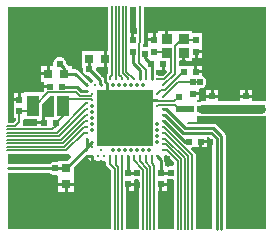
<source format=gtl>
G04*
G04 #@! TF.GenerationSoftware,Altium Limited,Altium Designer,21.0.9 (235)*
G04*
G04 Layer_Physical_Order=1*
G04 Layer_Color=255*
%FSLAX24Y24*%
%MOIN*%
G70*
G04*
G04 #@! TF.SameCoordinates,43F7D72F-E11B-4E19-891E-5AB29DA6FA40*
G04*
G04*
G04 #@! TF.FilePolarity,Positive*
G04*
G01*
G75*
%ADD10C,0.0098*%
%ADD13R,0.0236X0.0197*%
%ADD14R,0.0197X0.0236*%
%ADD15R,0.0256X0.0197*%
%ADD16R,0.0300X0.0300*%
%ADD17R,0.0315X0.0295*%
%ADD18R,0.0374X0.0335*%
%ADD19R,0.0295X0.0315*%
%ADD21R,0.1909X0.1909*%
%ADD22R,0.0394X0.0709*%
%ADD32C,0.0108*%
%ADD33C,0.0059*%
%ADD34C,0.0057*%
%ADD35C,0.0200*%
%ADD36C,0.0300*%
%ADD37C,0.0240*%
%ADD38C,0.0138*%
G36*
X-1784Y-1292D02*
X-1927Y-1435D01*
X-2220D01*
Y-1439D01*
X-2230Y-1451D01*
X-2270Y-1473D01*
X-2280Y-1470D01*
X-2308Y-1464D01*
X-2337Y-1463D01*
X-2366Y-1464D01*
X-2394Y-1470D01*
X-2421Y-1479D01*
X-2447Y-1492D01*
X-2471Y-1508D01*
X-2493Y-1527D01*
X-2498Y-1533D01*
X-3899D01*
X-3905Y-1528D01*
Y-1213D01*
X-1972D01*
X-1951Y-1211D01*
X-1931Y-1206D01*
X-1913Y-1198D01*
X-1895Y-1188D01*
X-1891Y-1185D01*
X-1784Y-1292D01*
D02*
G37*
G36*
X-1233Y-1230D02*
X-1083D01*
Y-1280D01*
X-1040D01*
X-1039Y-1304D01*
X-1033Y-1327D01*
X-1033Y-1328D01*
Y-1426D01*
X-1012Y-1417D01*
X-992Y-1405D01*
X-984Y-1398D01*
X-977Y-1405D01*
X-956Y-1417D01*
X-934Y-1427D01*
X-910Y-1432D01*
X-886Y-1434D01*
X-862Y-1432D01*
X-838Y-1427D01*
X-816Y-1417D01*
X-795Y-1405D01*
X-787Y-1398D01*
X-780Y-1405D01*
X-759Y-1417D01*
X-737Y-1427D01*
X-713Y-1432D01*
X-689Y-1434D01*
X-672Y-1433D01*
X-659Y-1437D01*
X-622Y-1470D01*
Y-1535D01*
X-620Y-1556D01*
X-616Y-1576D01*
X-608Y-1594D01*
X-597Y-1612D01*
X-584Y-1627D01*
X-461Y-1751D01*
Y-3701D01*
X-467Y-3708D01*
X-3905D01*
Y-1838D01*
X-3899Y-1833D01*
X-2498D01*
X-2493Y-1839D01*
X-2471Y-1858D01*
X-2447Y-1874D01*
X-2421Y-1887D01*
X-2394Y-1896D01*
X-2366Y-1902D01*
X-2337Y-1904D01*
X-2308Y-1902D01*
X-2280Y-1896D01*
X-2270Y-1893D01*
X-2257Y-1900D01*
X-2220Y-1931D01*
Y-1967D01*
X-2220D01*
Y-2165D01*
X-1705D01*
Y-1967D01*
X-1705D01*
Y-1931D01*
X-1705D01*
Y-1637D01*
X-1273Y-1205D01*
X-1233Y-1230D01*
D02*
G37*
G36*
X375Y-2039D02*
X404Y-2041D01*
X430Y-2040D01*
X433Y-2040D01*
X480Y-2076D01*
Y-3701D01*
X473Y-3708D01*
X38D01*
X32Y-3701D01*
Y-2433D01*
X48D01*
Y-2215D01*
X98D01*
Y-2165D01*
X297D01*
Y-2069D01*
X299Y-2065D01*
X343Y-2034D01*
X346Y-2034D01*
X375Y-2039D01*
D02*
G37*
G36*
X-555Y2216D02*
X-609D01*
Y1959D01*
Y1701D01*
X-555D01*
Y1483D01*
X-584Y1454D01*
X-597Y1439D01*
X-608Y1421D01*
X-616Y1402D01*
X-620Y1383D01*
X-622Y1363D01*
X-630Y1350D01*
X-639Y1327D01*
X-686Y1318D01*
X-692Y1320D01*
X-693Y1323D01*
X-706Y1343D01*
X-721Y1361D01*
X-971Y1611D01*
X-970Y1619D01*
X-972Y1648D01*
X-973Y1651D01*
X-943Y1701D01*
X-907D01*
Y1701D01*
X-709D01*
Y1959D01*
Y2216D01*
X-907D01*
Y2216D01*
X-943D01*
Y2216D01*
X-1439D01*
Y1701D01*
X-1439D01*
X-1409Y1651D01*
X-1410Y1648D01*
X-1411Y1619D01*
X-1410Y1590D01*
X-1404Y1562D01*
X-1395Y1535D01*
X-1382Y1509D01*
X-1366Y1485D01*
X-1347Y1463D01*
X-1325Y1444D01*
X-1301Y1428D01*
X-1275Y1415D01*
X-1248Y1406D01*
X-1220Y1400D01*
X-1191Y1398D01*
X-1183Y1399D01*
X-1057Y1273D01*
X-1056Y1251D01*
X-1067Y1213D01*
X-1075Y1208D01*
X-1094Y1192D01*
X-1101Y1183D01*
X-1132Y1177D01*
X-1162Y1183D01*
X-1170Y1192D01*
X-1189Y1208D01*
X-1200Y1215D01*
X-1558Y1572D01*
X-1575Y1588D01*
X-1595Y1600D01*
X-1617Y1609D01*
X-1640Y1614D01*
X-1663Y1616D01*
X-1770D01*
Y1724D01*
X-1886D01*
X-1897Y1742D01*
X-1912Y1759D01*
X-1955Y1803D01*
X-1955Y1811D01*
X-1957Y1840D01*
X-1962Y1868D01*
X-1972Y1895D01*
X-1984Y1921D01*
X-2000Y1945D01*
X-2019Y1967D01*
X-2041Y1986D01*
X-2065Y2002D01*
X-2091Y2015D01*
X-2118Y2024D01*
X-2146Y2030D01*
X-2175Y2032D01*
X-2204Y2030D01*
X-2232Y2024D01*
X-2260Y2015D01*
X-2285Y2002D01*
X-2309Y1986D01*
X-2331Y1967D01*
X-2350Y1945D01*
X-2366Y1921D01*
X-2379Y1895D01*
X-2388Y1868D01*
X-2394Y1840D01*
X-2396Y1811D01*
X-2394Y1782D01*
X-2392Y1774D01*
X-2418Y1733D01*
X-2431Y1724D01*
X-2499D01*
Y1467D01*
X-2549D01*
Y1417D01*
X-2797D01*
Y1209D01*
X-2708D01*
Y1083D01*
X-2490D01*
Y983D01*
X-2708D01*
Y881D01*
X-2719Y872D01*
X-2765Y858D01*
Y858D01*
X-2765Y858D01*
X-3359D01*
Y828D01*
X-3465D01*
Y610D01*
X-3515D01*
Y560D01*
X-3713D01*
Y392D01*
Y-2D01*
X-3645D01*
Y-73D01*
X-3711Y-140D01*
X-3905D01*
Y3708D01*
X-555D01*
Y2216D01*
D02*
G37*
G36*
X-2375Y31D02*
X-2658D01*
Y-167D01*
X-2708D01*
Y-217D01*
X-2926D01*
Y-256D01*
X-3394D01*
X-3412Y-206D01*
X-3410Y-203D01*
X-3399Y-186D01*
X-3391Y-167D01*
X-3386Y-147D01*
X-3385Y-127D01*
Y-90D01*
X-3359Y-51D01*
X-2926D01*
Y-117D01*
X-2758D01*
Y31D01*
X-2765D01*
Y458D01*
X-2503Y720D01*
X-2375D01*
Y31D01*
D02*
G37*
G36*
X372Y2817D02*
X316D01*
Y2598D01*
X216D01*
Y2817D01*
X169D01*
Y3708D01*
X372D01*
Y2817D01*
D02*
G37*
G36*
X4692Y550D02*
X4557D01*
X4550Y550D01*
X4237D01*
Y667D01*
X4039D01*
X3841D01*
Y550D01*
X3114D01*
Y667D01*
X2718D01*
Y550D01*
X2566D01*
X2538Y549D01*
X2510Y544D01*
X2483Y536D01*
X2457Y526D01*
X2452Y523D01*
X2407Y547D01*
X2417Y585D01*
X2464D01*
Y753D01*
X2266D01*
Y853D01*
X2464D01*
Y932D01*
X2486Y980D01*
X2515Y982D01*
X2543Y988D01*
X2570Y997D01*
X2596Y1010D01*
X2620Y1026D01*
X2642Y1045D01*
X2661Y1067D01*
X2677Y1091D01*
X2690Y1116D01*
X2699Y1144D01*
X2704Y1172D01*
X2706Y1201D01*
X2704Y1230D01*
X2699Y1258D01*
X2690Y1285D01*
X2677Y1311D01*
X2661Y1335D01*
X2642Y1357D01*
X2620Y1376D01*
X2596Y1392D01*
X2580Y1400D01*
Y1495D01*
X2362D01*
Y1545D01*
X2312D01*
Y1744D01*
X1803D01*
Y1906D01*
X1913D01*
Y2173D01*
X2013D01*
Y1906D01*
X2250D01*
Y1985D01*
X2328D01*
Y2203D01*
X2378D01*
Y2253D01*
X2576D01*
Y2379D01*
Y2815D01*
X2250D01*
Y2893D01*
X1442D01*
Y2626D01*
X1342D01*
Y2893D01*
X1105D01*
Y2815D01*
X1028D01*
Y2597D01*
X978D01*
Y2547D01*
X779D01*
Y2388D01*
X764Y2371D01*
X729Y2354D01*
X717Y2359D01*
X688Y2364D01*
X659Y2366D01*
X646Y2365D01*
X607Y2403D01*
X606Y2443D01*
X607Y2443D01*
X618Y2461D01*
X625Y2479D01*
X630Y2499D01*
X632Y2520D01*
Y3708D01*
X4692D01*
Y550D01*
D02*
G37*
G36*
X1320Y1593D02*
X1368D01*
X1389Y1543D01*
X1255Y1409D01*
X1166D01*
X1153Y1417D01*
X1130Y1427D01*
X1107Y1432D01*
X1083Y1434D01*
X1036Y1472D01*
Y1593D01*
X1220D01*
Y1791D01*
X1320D01*
Y1593D01*
D02*
G37*
G36*
X1630Y-1479D02*
Y-1565D01*
X1623Y-1575D01*
X1580Y-1603D01*
X1574Y-1602D01*
X1545Y-1600D01*
X1516Y-1602D01*
X1488Y-1608D01*
X1461Y-1617D01*
X1439Y-1628D01*
X1430Y-1625D01*
X1389Y-1603D01*
Y-1603D01*
X1341Y-1600D01*
Y-1388D01*
X1339Y-1364D01*
X1333Y-1342D01*
X1324Y-1320D01*
X1312Y-1300D01*
X1299Y-1284D01*
X1367Y-1216D01*
X1630Y-1479D01*
D02*
G37*
G36*
X2457Y74D02*
X2483Y64D01*
X2510Y56D01*
X2538Y51D01*
X2566Y50D01*
X4550D01*
X4557Y50D01*
X4692D01*
Y-3708D01*
X3373D01*
X3365Y-3700D01*
Y-616D01*
X3365Y-616D01*
X3363Y-592D01*
X3358Y-569D01*
X3349Y-548D01*
X3337Y-528D01*
X3321Y-510D01*
X3321Y-510D01*
X3042Y-231D01*
X3025Y-216D01*
X3004Y-203D01*
X2983Y-194D01*
X2960Y-189D01*
X2937Y-187D01*
X2086D01*
X2079Y-178D01*
X2106Y-128D01*
X2392D01*
Y56D01*
X2414Y73D01*
X2442Y83D01*
X2457Y74D01*
D02*
G37*
G36*
X2910Y-742D02*
Y-3700D01*
X2903Y-3708D01*
X2361D01*
X2354Y-3701D01*
Y-1233D01*
X2353Y-1213D01*
X2348Y-1193D01*
X2340Y-1174D01*
X2330Y-1157D01*
X2316Y-1141D01*
X2207Y-1032D01*
X2227Y-986D01*
X2470D01*
Y-787D01*
X2520D01*
Y-737D01*
X2738D01*
Y-642D01*
X2810D01*
X2910Y-742D01*
D02*
G37*
G36*
X1461Y-2025D02*
X1488Y-2034D01*
X1516Y-2039D01*
X1545Y-2041D01*
X1574Y-2039D01*
X1580Y-2038D01*
X1623Y-2066D01*
X1630Y-2077D01*
Y-3701D01*
X1623Y-3708D01*
X1096D01*
X1090Y-3701D01*
Y-2433D01*
X1141D01*
Y-2215D01*
X1191D01*
Y-2165D01*
X1389D01*
Y-2041D01*
X1395Y-2035D01*
X1422Y-2019D01*
X1439Y-2014D01*
X1461Y-2025D01*
D02*
G37*
%LPC*%
G36*
X-1133Y-1330D02*
X-1229D01*
X-1220Y-1350D01*
X-1208Y-1370D01*
X-1192Y-1389D01*
X-1174Y-1405D01*
X-1153Y-1417D01*
X-1133Y-1426D01*
Y-1330D01*
D02*
G37*
G36*
X-1705Y-2265D02*
X-1913D01*
Y-2462D01*
X-1705D01*
Y-2265D01*
D02*
G37*
G36*
X-2013D02*
X-2220D01*
Y-2462D01*
X-2013D01*
Y-2265D01*
D02*
G37*
G36*
X297D02*
X148D01*
Y-2433D01*
X297D01*
Y-2265D01*
D02*
G37*
G36*
X-2599Y1724D02*
X-2797D01*
Y1517D01*
X-2599D01*
Y1724D01*
D02*
G37*
G36*
X-3565Y828D02*
X-3713D01*
Y660D01*
X-3565D01*
Y828D01*
D02*
G37*
G36*
X928Y2815D02*
X779D01*
Y2647D01*
X928D01*
Y2815D01*
D02*
G37*
G36*
X2576Y2153D02*
X2428D01*
Y1985D01*
X2576D01*
Y2153D01*
D02*
G37*
G36*
X2580Y1744D02*
X2412D01*
Y1595D01*
X2580D01*
Y1744D01*
D02*
G37*
G36*
X4237Y935D02*
X4089D01*
Y767D01*
X4237D01*
Y935D01*
D02*
G37*
G36*
X3114Y935D02*
X2966D01*
Y767D01*
X3114D01*
Y935D01*
D02*
G37*
G36*
X2866D02*
X2718D01*
Y767D01*
X2866D01*
Y935D01*
D02*
G37*
G36*
X3989Y935D02*
X3841D01*
Y767D01*
X3989D01*
Y935D01*
D02*
G37*
G36*
X2738Y-837D02*
X2570D01*
Y-986D01*
X2738D01*
Y-837D01*
D02*
G37*
G36*
X1389Y-2265D02*
X1241D01*
Y-2433D01*
X1389D01*
Y-2265D01*
D02*
G37*
%LPD*%
D10*
X1310Y-98D02*
X1999Y-787D01*
X2126D01*
X1333Y98D02*
X1923Y-492D01*
X2872D01*
X1988Y-337D02*
X2937D01*
X1356Y295D02*
X1988Y-337D01*
X2872Y-492D02*
X3060Y-680D01*
X2937Y-337D02*
X3216Y-616D01*
X3060Y-3700D02*
Y-680D01*
X3216Y-3700D02*
Y-616D01*
X-1280Y-954D02*
Y-689D01*
Y-1000D02*
Y-954D01*
X-1113Y-787D01*
X-1083D01*
X-1963Y-1683D02*
X-1280Y-1000D01*
X-3899Y-1683D02*
X-2337D01*
X-591Y591D02*
X0Y0D01*
X-591Y591D02*
Y1083D01*
X-2337Y-1683D02*
X-1963D01*
X659Y2008D02*
Y2146D01*
Y2008D02*
X876Y1791D01*
X-2175Y1811D02*
X-2018Y1654D01*
Y1467D02*
Y1654D01*
X-2096Y1033D02*
X-1614D01*
X-1467Y886D01*
X-1280D01*
X-2018Y1467D02*
X-1663D01*
X-1280Y1083D01*
X-1191Y1619D02*
X-827Y1255D01*
X-1191Y1619D02*
Y1959D01*
X-827Y1152D02*
X-787Y1113D01*
Y1083D02*
Y1113D01*
X-827Y1152D02*
Y1255D01*
X-653Y1213D02*
Y1434D01*
Y1213D02*
X-591Y1151D01*
Y1083D02*
Y1151D01*
X266Y1830D02*
X492Y1604D01*
X266Y1830D02*
Y2205D01*
X98Y-1821D02*
X404D01*
X591Y591D02*
X1083D01*
X0Y0D02*
X236Y236D01*
X591Y591D01*
X98Y-1821D02*
Y-1280D01*
X1083D02*
X1191Y-1388D01*
Y-1821D02*
Y-1388D01*
Y-1821D02*
X1211Y-1841D01*
X1280Y98D02*
X1333D01*
X1280Y295D02*
X1356D01*
X1280Y-98D02*
X1310D01*
X492Y1280D02*
Y1604D01*
X886Y1280D02*
Y1781D01*
X876Y1791D02*
X886Y1781D01*
X1211Y-1841D02*
X1545D01*
D13*
X2520Y-787D02*
D03*
X2126D02*
D03*
X2362Y1545D02*
D03*
X1969D02*
D03*
X876Y1791D02*
D03*
X1270D02*
D03*
X-2096Y1033D02*
D03*
X-2490D02*
D03*
X-2314Y-167D02*
D03*
X-2708D02*
D03*
D14*
X4039Y323D02*
D03*
Y717D02*
D03*
X1792Y699D02*
D03*
Y305D02*
D03*
X2266Y803D02*
D03*
Y1197D02*
D03*
X2916Y717D02*
D03*
Y323D02*
D03*
X1191Y-1821D02*
D03*
Y-2215D02*
D03*
X98Y-1821D02*
D03*
Y-2215D02*
D03*
X2378Y2597D02*
D03*
Y2203D02*
D03*
X978Y2203D02*
D03*
Y2597D02*
D03*
X266Y2205D02*
D03*
Y2598D02*
D03*
X-3515Y217D02*
D03*
Y610D02*
D03*
D15*
X2539Y302D02*
D03*
X2165Y302D02*
D03*
D16*
X4550Y300D02*
D03*
D17*
X-1963Y-2215D02*
D03*
Y-1683D02*
D03*
D18*
X1392Y2173D02*
D03*
Y2626D02*
D03*
X1963D02*
D03*
Y2173D02*
D03*
D19*
X-2549Y1467D02*
D03*
X-2018D02*
D03*
X-1191Y1959D02*
D03*
X-659D02*
D03*
D21*
X0Y0D02*
D03*
D22*
X-2078Y404D02*
D03*
X-3062D02*
D03*
D32*
X886Y1280D02*
D03*
X-492D02*
D03*
X-295D02*
D03*
X-98D02*
D03*
X98D02*
D03*
X295D02*
D03*
X492D02*
D03*
X689D02*
D03*
X1083D02*
D03*
X-1280Y1083D02*
D03*
X-984D02*
D03*
X-787D02*
D03*
X-591D02*
D03*
X-394D02*
D03*
X-197D02*
D03*
X0D02*
D03*
X197D02*
D03*
X394D02*
D03*
X591D02*
D03*
X1280D02*
D03*
X1083Y787D02*
D03*
X-1280Y886D02*
D03*
X-1083Y787D02*
D03*
X1280Y689D02*
D03*
X-1083Y591D02*
D03*
X1083D02*
D03*
X-1280Y492D02*
D03*
X-1083Y394D02*
D03*
X1083D02*
D03*
X-1280Y295D02*
D03*
X1280D02*
D03*
X-1083Y197D02*
D03*
X-1280Y98D02*
D03*
X1280D02*
D03*
X-1083Y0D02*
D03*
X-1280Y-98D02*
D03*
X1280D02*
D03*
X-1083Y-197D02*
D03*
X1083D02*
D03*
X-1280Y-295D02*
D03*
X1280D02*
D03*
X-1083Y-394D02*
D03*
X1083D02*
D03*
X-1280Y-492D02*
D03*
X1280D02*
D03*
X1083Y-591D02*
D03*
X-1280Y-689D02*
D03*
X1280D02*
D03*
X-1083Y-787D02*
D03*
X1083D02*
D03*
X1280Y-886D02*
D03*
X-1083Y-984D02*
D03*
X-787Y-1083D02*
D03*
X-394D02*
D03*
X-197D02*
D03*
X0D02*
D03*
X197D02*
D03*
X394D02*
D03*
X591D02*
D03*
X787D02*
D03*
X1280D02*
D03*
X-1083Y-1280D02*
D03*
X-886D02*
D03*
X-689D02*
D03*
X-492D02*
D03*
X-295D02*
D03*
X-98D02*
D03*
X98D02*
D03*
X295D02*
D03*
X492D02*
D03*
X689D02*
D03*
X886D02*
D03*
X1083D02*
D03*
D33*
X1287Y-295D02*
X2225Y-1233D01*
X1320Y-492D02*
X2108Y-1281D01*
X1352Y-689D02*
X1992Y-1329D01*
X1385Y-886D02*
X1876Y-1377D01*
X1417Y-1083D02*
X1760Y-1425D01*
X1319Y915D02*
X1949Y1545D01*
X1280Y712D02*
X1769Y1201D01*
X2486D01*
X1760Y-3701D02*
Y-1425D01*
X1876Y-3701D02*
Y-1377D01*
X1992Y-3701D02*
Y-1329D01*
X2225Y-3701D02*
Y-1233D01*
X2108Y-3701D02*
Y-1281D01*
X-2276Y-502D02*
X-1282Y492D01*
X-3917Y-502D02*
X-2276D01*
X-3917Y-386D02*
X-2444D01*
X-3515Y-127D02*
Y217D01*
X-3917Y-270D02*
X-3658D01*
X-3515Y-127D01*
X295Y1280D02*
Y1283D01*
X39Y1539D02*
X295Y1283D01*
X98Y1280D02*
Y1316D01*
X-77Y1491D02*
X98Y1316D01*
X-77Y1491D02*
Y3720D01*
X-193Y1443D02*
Y3720D01*
Y1443D02*
X-98Y1348D01*
X-309Y1293D02*
Y3720D01*
Y1293D02*
X-295Y1280D01*
X39Y1539D02*
Y3720D01*
X-425Y1429D02*
Y3720D01*
X-492Y1362D02*
X-425Y1429D01*
X453Y1835D02*
Y2470D01*
X502Y2520D02*
Y3722D01*
X453Y2470D02*
X502Y2520D01*
X-3917Y-618D02*
X-2195D01*
X-3917Y-734D02*
X-2142D01*
X-2444Y-386D02*
X-2314Y-256D01*
Y-167D01*
X-3917Y-1083D02*
X-1972D01*
X-1381Y-492D02*
X-1280D01*
X-1972Y-1083D02*
X-1381Y-492D01*
X-3917Y-967D02*
X-2020D01*
X-1348Y-295D01*
X-1280D01*
X-3917Y-850D02*
X-2071D01*
X-1319Y-98D02*
X-1280D01*
X-2071Y-850D02*
X-1319Y-98D01*
X-1309Y98D02*
X-1280D01*
X-2142Y-734D02*
X-1309Y98D01*
X-2195Y-618D02*
X-1282Y295D01*
X-1280D01*
X-1282Y492D02*
X-1280D01*
X453Y1835D02*
X689Y1599D01*
X1309Y1280D02*
X1545Y1516D01*
Y2020D01*
X1673Y1476D02*
Y2402D01*
X1392Y2173D02*
X1545Y2020D01*
X1363Y2203D02*
X1392Y2173D01*
X689Y1280D02*
Y1599D01*
X-98Y1280D02*
Y1348D01*
X-492Y1280D02*
Y1362D01*
X978Y2203D02*
X1363D01*
X1868Y2597D02*
X2378D01*
X1673Y2402D02*
X1868Y2597D01*
X1280Y689D02*
Y712D01*
X1213Y915D02*
X1319D01*
X1083Y787D02*
X1085D01*
X1213Y915D01*
X1280Y1083D02*
X1673Y1476D01*
X1083Y1280D02*
X1309D01*
X-98Y-3701D02*
Y-1280D01*
X-492Y-1535D02*
X-331Y-1697D01*
Y-3701D02*
Y-1697D01*
X-492Y-1535D02*
Y-1280D01*
X-295Y-1568D02*
X-215Y-1649D01*
Y-3701D02*
Y-1649D01*
X-295Y-1568D02*
Y-1280D01*
X295Y-1420D02*
Y-1280D01*
Y-1420D02*
X610Y-1735D01*
Y-3701D02*
Y-1735D01*
X492Y-1453D02*
X727Y-1688D01*
Y-3701D02*
Y-1688D01*
X492Y-1453D02*
Y-1280D01*
X689Y-1486D02*
X843Y-1640D01*
X689Y-1486D02*
Y-1280D01*
X843Y-3701D02*
Y-1640D01*
X886Y-1518D02*
X960Y-1592D01*
Y-3701D02*
Y-1592D01*
X886Y-1518D02*
Y-1280D01*
X1280Y-1083D02*
X1417D01*
X1280Y-492D02*
X1320D01*
X1280Y-886D02*
X1385D01*
X1280Y-689D02*
X1352D01*
X1280Y-295D02*
X1287D01*
D34*
X1642Y549D02*
X1792Y699D01*
X1124Y549D02*
X1642D01*
X1124Y435D02*
X1662D01*
X1793Y303D01*
X1795Y301D01*
X-3062Y404D02*
X-3002D01*
X-2556Y849D01*
X-1849Y632D02*
X-1124D01*
X-2556Y849D02*
X-1621D01*
X-3515Y217D02*
X-3249D01*
X-3062Y404D01*
X-2078Y69D02*
Y404D01*
X-2314Y-167D02*
X-2078Y69D01*
Y404D02*
X-1849Y632D01*
X-1514Y746D02*
X-1124D01*
X-1519Y751D02*
X-1514Y746D01*
X-1522Y751D02*
X-1519D01*
X-1621Y849D02*
X-1522Y751D01*
X-1124Y746D02*
X-1083Y787D01*
X-1124Y632D02*
X-1083Y591D01*
X1083D02*
X1124Y549D01*
X1083Y394D02*
X1124Y435D01*
D35*
X1793Y303D02*
X2145D01*
D36*
X2566Y300D02*
X4550D01*
D37*
X1949Y1841D02*
D03*
X3490Y-3590D02*
D03*
Y-2590D02*
D03*
X2472D02*
D03*
Y-3590D02*
D03*
X2825Y-797D02*
D03*
X3570Y3590D02*
D03*
X757D02*
D03*
Y2953D02*
D03*
X1390Y3020D02*
D03*
X2710Y2210D02*
D03*
X2700Y1550D02*
D03*
X2486Y1201D02*
D03*
X2590Y700D02*
D03*
X2569Y-39D02*
D03*
X4566Y-79D02*
D03*
X4566Y679D02*
D03*
X2910Y1050D02*
D03*
X4570Y-3590D02*
D03*
Y-2590D02*
D03*
Y-1590D02*
D03*
X2472D02*
D03*
X3490D02*
D03*
Y-590D02*
D03*
X4570D02*
D03*
X2570Y3590D02*
D03*
X4570D02*
D03*
X1570D02*
D03*
X4570Y2590D02*
D03*
X3570D02*
D03*
X4570Y1590D02*
D03*
X3570D02*
D03*
X3566Y679D02*
D03*
X3566Y-79D02*
D03*
X295Y2904D02*
D03*
X1496Y-2234D02*
D03*
X1208Y-3590D02*
D03*
X260D02*
D03*
X148Y-2559D02*
D03*
X-1020Y-2864D02*
D03*
Y-2070D02*
D03*
Y-3590D02*
D03*
X-1970D02*
D03*
X-1912Y-2559D02*
D03*
X-2503D02*
D03*
X-2500Y-3590D02*
D03*
X-3790Y-60D02*
D03*
X-2619Y394D02*
D03*
X-2835Y1033D02*
D03*
X-2913Y1467D02*
D03*
X-787Y2559D02*
D03*
X-2559Y2362D02*
D03*
X-719Y3590D02*
D03*
X-1575D02*
D03*
X-2559D02*
D03*
X-3790D02*
D03*
Y2362D02*
D03*
Y984D02*
D03*
Y-2470D02*
D03*
Y-3590D02*
D03*
X-2337Y-1683D02*
D03*
X-3062Y-157D02*
D03*
X659Y2146D02*
D03*
X1201Y1496D02*
D03*
X-2175Y1811D02*
D03*
X-709Y1457D02*
D03*
X404Y-1821D02*
D03*
X1545Y-1821D02*
D03*
X404Y-2244D02*
D03*
X1211Y-2550D02*
D03*
X1417Y-1378D02*
D03*
X-3790Y-1330D02*
D03*
X-2002D02*
D03*
X-709Y709D02*
D03*
X-236D02*
D03*
X236D02*
D03*
X709D02*
D03*
X-709Y236D02*
D03*
X-236D02*
D03*
X236D02*
D03*
X709D02*
D03*
X-709Y-236D02*
D03*
X-236D02*
D03*
X236D02*
D03*
X709D02*
D03*
X-709Y-709D02*
D03*
X-236D02*
D03*
X236D02*
D03*
X709D02*
D03*
X-1610Y1760D02*
D03*
X-1580Y2520D02*
D03*
X-1020Y-1580D02*
D03*
X-1191Y1619D02*
D03*
D38*
X-1083Y394D02*
D03*
Y-394D02*
D03*
Y-197D02*
D03*
Y0D02*
D03*
Y197D02*
D03*
X787Y-1083D02*
D03*
X394D02*
D03*
X591D02*
D03*
X1083Y-197D02*
D03*
X1083Y-394D02*
D03*
Y-591D02*
D03*
Y-787D02*
D03*
X-394Y-1083D02*
D03*
X-197D02*
D03*
X0Y-1083D02*
D03*
X-394Y1083D02*
D03*
X-197D02*
D03*
X0D02*
D03*
X197D02*
D03*
X394D02*
D03*
X591D02*
D03*
X197Y-1083D02*
D03*
M02*

</source>
